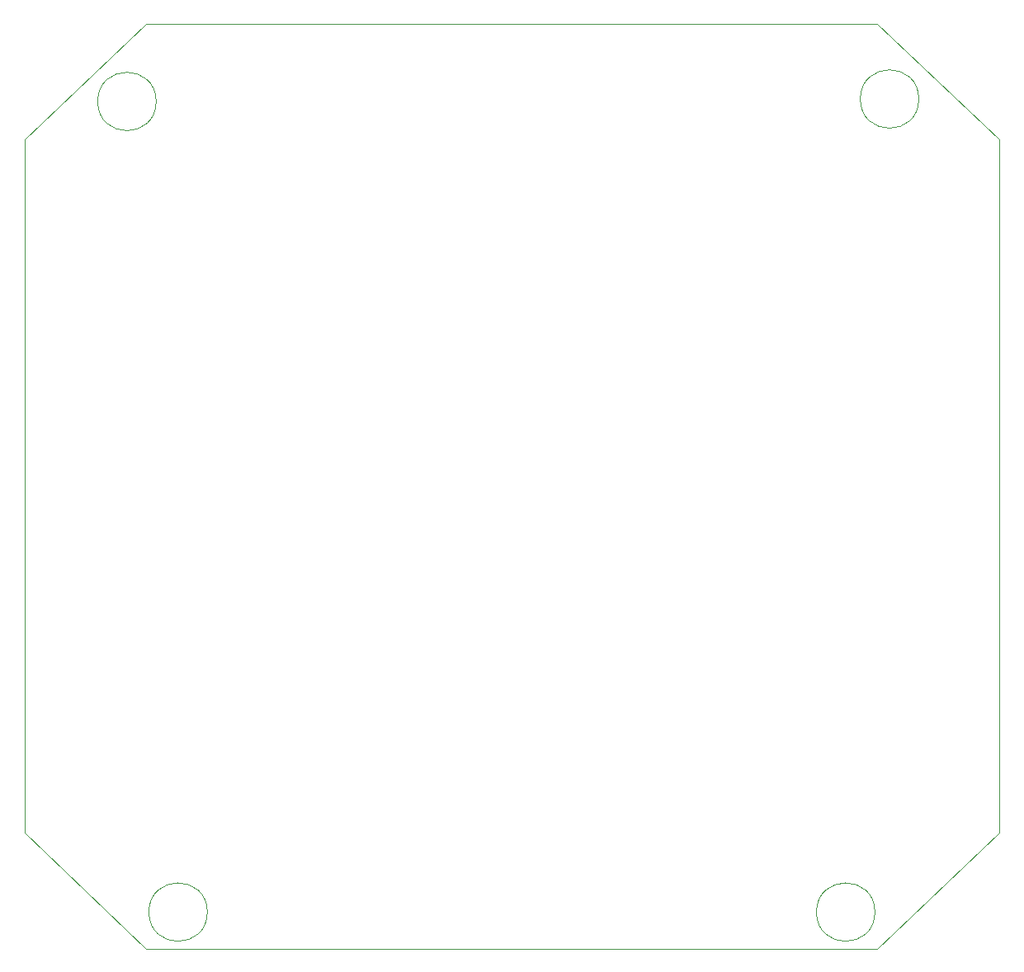
<source format=gbr>
%TF.GenerationSoftware,KiCad,Pcbnew,8.0.7*%
%TF.CreationDate,2025-07-19T14:15:59-04:00*%
%TF.ProjectId,Hexapod V2,48657861-706f-4642-9056-322e6b696361,rev?*%
%TF.SameCoordinates,Original*%
%TF.FileFunction,Profile,NP*%
%FSLAX46Y46*%
G04 Gerber Fmt 4.6, Leading zero omitted, Abs format (unit mm)*
G04 Created by KiCad (PCBNEW 8.0.7) date 2025-07-19 14:15:59*
%MOMM*%
%LPD*%
G01*
G04 APERTURE LIST*
%TA.AperFunction,Profile*%
%ADD10C,0.050000*%
%TD*%
G04 APERTURE END LIST*
D10*
X91250000Y-125500000D02*
G75*
G02*
X85250000Y-125500000I-3000000J0D01*
G01*
X85250000Y-125500000D02*
G75*
G02*
X91250000Y-125500000I3000000J0D01*
G01*
X85000000Y-34250000D02*
X160000000Y-34250000D01*
X159750000Y-125500000D02*
G75*
G02*
X153750000Y-125500000I-3000000J0D01*
G01*
X153750000Y-125500000D02*
G75*
G02*
X159750000Y-125500000I3000000J0D01*
G01*
X85000000Y-34250000D02*
X72500000Y-46125000D01*
X160000000Y-129250000D02*
X85000000Y-129250000D01*
X72500000Y-117375000D02*
X85000000Y-129250000D01*
X172500000Y-46125000D02*
X172500000Y-117375000D01*
X72500000Y-117375000D02*
X72500000Y-46125000D01*
X172500000Y-117375000D02*
X160000000Y-129250000D01*
X172500000Y-46125000D02*
X160000000Y-34250000D01*
X86000000Y-42250000D02*
G75*
G02*
X80000000Y-42250000I-3000000J0D01*
G01*
X80000000Y-42250000D02*
G75*
G02*
X86000000Y-42250000I3000000J0D01*
G01*
X164250000Y-42000000D02*
G75*
G02*
X158250000Y-42000000I-3000000J0D01*
G01*
X158250000Y-42000000D02*
G75*
G02*
X164250000Y-42000000I3000000J0D01*
G01*
M02*

</source>
